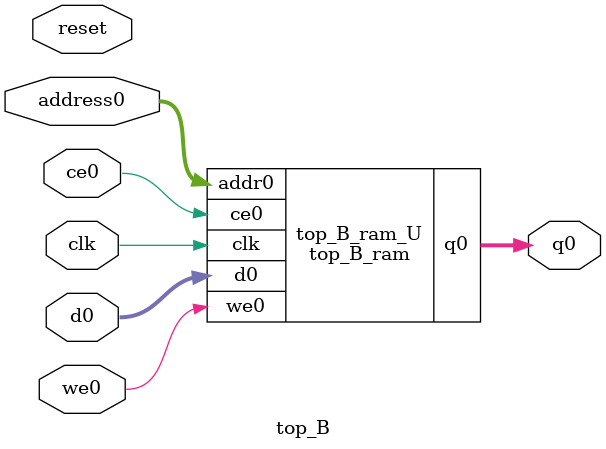
<source format=v>
`timescale 1 ns / 1 ps
module top_B_ram (addr0, ce0, d0, we0, q0,  clk);

parameter DWIDTH = 32;
parameter AWIDTH = 14;
parameter MEM_SIZE = 9216;

input[AWIDTH-1:0] addr0;
input ce0;
input[DWIDTH-1:0] d0;
input we0;
output reg[DWIDTH-1:0] q0;
input clk;

(* ram_style = "block" *)reg [DWIDTH-1:0] ram[0:MEM_SIZE-1];




always @(posedge clk)  
begin 
    if (ce0) begin
        if (we0) 
            ram[addr0] <= d0; 
        q0 <= ram[addr0];
    end
end


endmodule

`timescale 1 ns / 1 ps
module top_B(
    reset,
    clk,
    address0,
    ce0,
    we0,
    d0,
    q0);

parameter DataWidth = 32'd32;
parameter AddressRange = 32'd9216;
parameter AddressWidth = 32'd14;
input reset;
input clk;
input[AddressWidth - 1:0] address0;
input ce0;
input we0;
input[DataWidth - 1:0] d0;
output[DataWidth - 1:0] q0;



top_B_ram top_B_ram_U(
    .clk( clk ),
    .addr0( address0 ),
    .ce0( ce0 ),
    .we0( we0 ),
    .d0( d0 ),
    .q0( q0 ));

endmodule


</source>
